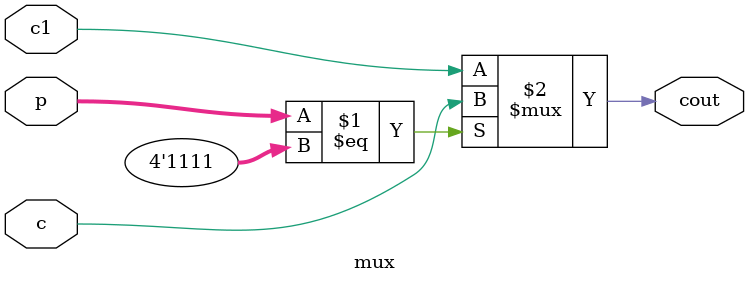
<source format=v>
`timescale 1ns / 1ps
module carby(a,b,cin,cout,sum
    );
	 

input [31:0]a,b;
input cin;
output cout;
output [31:0]sum;

wire [31:0]p,g;
wire [7:0]c1;
wire [6:0]c;

pg p1(a[3:0],b[3:0],p[3:0],g[3:0]);
fulladd a1(p[3:0],g[3:0],cin,sum[3:0],c1[0]);
mux m1(p[3:0],cin,c1[0],c[0]);

pg p2(a[7:4],b[7:4],p[7:4],g[7:4]);
fulladd a2(p[7:4],g[7:4],c[0],sum[7:4],c1[1]);
mux m2(p[7:4],c[0],c1[1],c[1]);

pg p3(a[11:8],b[11:8],p[11:8],g[11:8]);
fulladd a3(p[11:8],g[11:8],c[1],sum[11:8],c1[2]);
mux m3(p[11:8],c[1],c1[2],c[2]);

pg p4(a[15:12],b[15:12],p[15:12],g[15:12]);
fulladd a4(p[15:12],g[15:12],c[2],sum[15:12],c1[3]);
mux m4(p[15:12],c[2],c1[3],c[3]);


pg p5(a[19:16],b[19:16],p[19:16],g[19:16]);
fulladd a5(p[19:16],g[19:16],c[3],sum[19:16],c1[4]);
mux m5(p[19:16],c[3],c1[4],c[4]);


pg p6(a[23:20],b[23:20],p[23:20],g[23:20]);
fulladd a6(p[23:20],g[23:20],c[4],sum[23:20],c1[5]);
mux m6(p[23:20],c[4],c1[5],c[5]);


pg p7(a[27:24],b[27:24],p[27:24],g[27:24]);
fulladd a7(p[27:24],g[27:24],c[5],sum[27:24],c1[6]);
mux m7(p[27:24],c[5],c1[6],c[6]);

pg p8(a[31:28],b[31:28],p[31:28],g[31:28]);
fulladd a8(p[31:28],g[31:28],c[6],sum[31:28],c1[7]);
mux m8(p[31:28],c[6],c1[7],cout);


endmodule


module pg(a,b,p,g);
input [3:0]a,b;
output [3:0]p,g;

assign p[0] = a[0]^b[0] ;
assign p[1] = a[1]^b[1] ;
assign p[2] = a[2]^b[2] ;
assign p[3] = a[3]^b[3] ;

assign g[0] = a[0]&b[0] ;
assign g[1] = a[1]&b[1] ;
assign g[2] = a[2]&b[2] ;
assign g[3] = a[3]&b[3] ;

endmodule




module fulladd(
    input [3:0]p,
    input [3:0]g,
    input cin,
    output [3:0]sumo,
    output cou
    );
	
wire [2:0] c;
	
fulladd1 a1(p[0],g[0],cin,sumo[0],c[0]);
fulladd1 a2(p[1],g[1],c[0],sumo[1],c[1]);
fulladd1 a3(p[2],g[2],c[1],sumo[2],c[2]);
fulladd1 a4(p[3],g[3],c[2],sumo[3],cou);

endmodule

module fulladd1( p ,g ,cin ,sum ,cout );
output sum ;
output cout;
input p ;
input g ;
input cin ;


assign sum = p^cin ;
assign cout = g|(p&cin);

endmodule


module mux(p, c,c1,cout);
input [3:0]p;
input c,c1;
output cout;


assign cout = (p == 4'b1111)? c : c1;

endmodule

</source>
